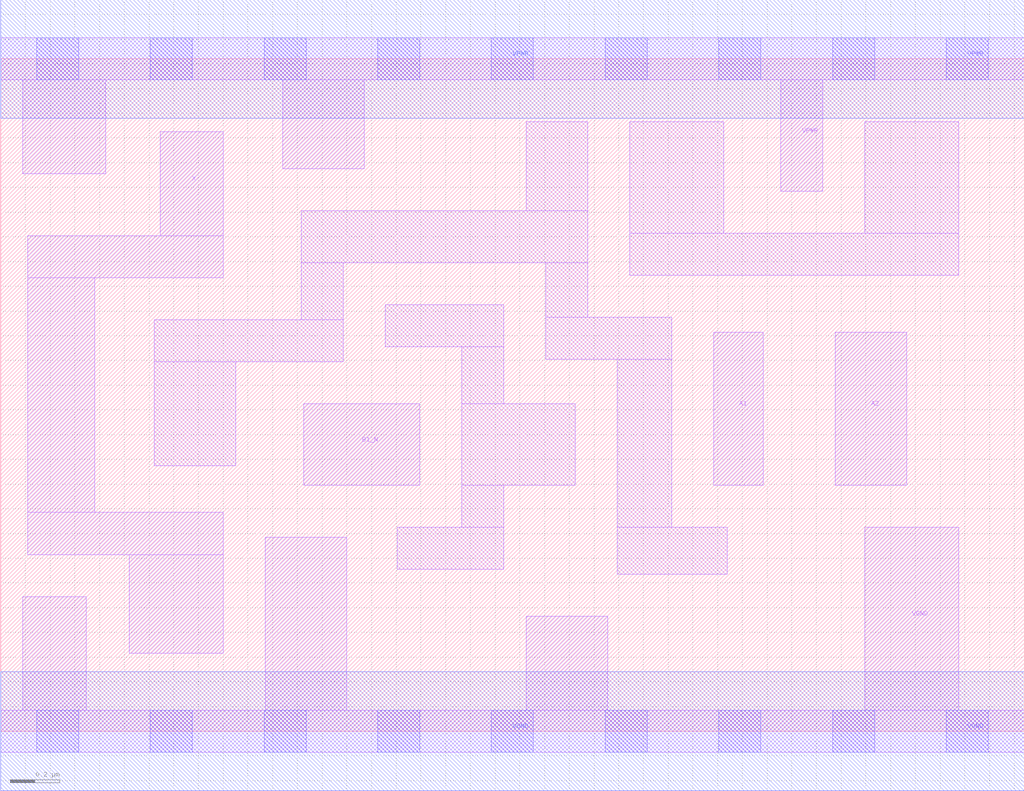
<source format=lef>
# Copyright 2020 The SkyWater PDK Authors
#
# Licensed under the Apache License, Version 2.0 (the "License");
# you may not use this file except in compliance with the License.
# You may obtain a copy of the License at
#
#     https://www.apache.org/licenses/LICENSE-2.0
#
# Unless required by applicable law or agreed to in writing, software
# distributed under the License is distributed on an "AS IS" BASIS,
# WITHOUT WARRANTIES OR CONDITIONS OF ANY KIND, either express or implied.
# See the License for the specific language governing permissions and
# limitations under the License.
#
# SPDX-License-Identifier: Apache-2.0

VERSION 5.7 ;
  NAMESCASESENSITIVE ON ;
  NOWIREEXTENSIONATPIN ON ;
  DIVIDERCHAR "/" ;
  BUSBITCHARS "[]" ;
UNITS
  DATABASE MICRONS 200 ;
END UNITS
PROPERTYDEFINITIONS
  MACRO maskLayoutSubType STRING ;
  MACRO prCellType STRING ;
  MACRO originalViewName STRING ;
END PROPERTYDEFINITIONS
MACRO sky130_fd_sc_hdll__a21bo_2
  CLASS CORE ;
  FOREIGN sky130_fd_sc_hdll__a21bo_2 ;
  ORIGIN  0.000000  0.000000 ;
  SIZE  4.140000 BY  2.720000 ;
  SYMMETRY X Y R90 ;
  SITE unithd ;
  PIN A1
    ANTENNAGATEAREA  0.277500 ;
    DIRECTION INPUT ;
    USE SIGNAL ;
    PORT
      LAYER li1 ;
        RECT 2.885000 0.995000 3.085000 1.615000 ;
    END
  END A1
  PIN A2
    ANTENNAGATEAREA  0.277500 ;
    DIRECTION INPUT ;
    USE SIGNAL ;
    PORT
      LAYER li1 ;
        RECT 3.375000 0.995000 3.665000 1.615000 ;
    END
  END A2
  PIN B1_N
    ANTENNAGATEAREA  0.138600 ;
    DIRECTION INPUT ;
    USE SIGNAL ;
    PORT
      LAYER li1 ;
        RECT 1.225000 0.995000 1.695000 1.325000 ;
    END
  END B1_N
  PIN VGND
    ANTENNADIFFAREA  0.788750 ;
    DIRECTION INOUT ;
    USE SIGNAL ;
    PORT
      LAYER li1 ;
        RECT 0.000000 -0.085000 4.140000 0.085000 ;
        RECT 0.090000  0.085000 0.345000 0.545000 ;
        RECT 1.070000  0.085000 1.400000 0.785000 ;
        RECT 2.125000  0.085000 2.455000 0.465000 ;
        RECT 3.495000  0.085000 3.875000 0.825000 ;
      LAYER mcon ;
        RECT 0.145000 -0.085000 0.315000 0.085000 ;
        RECT 0.605000 -0.085000 0.775000 0.085000 ;
        RECT 1.065000 -0.085000 1.235000 0.085000 ;
        RECT 1.525000 -0.085000 1.695000 0.085000 ;
        RECT 1.985000 -0.085000 2.155000 0.085000 ;
        RECT 2.445000 -0.085000 2.615000 0.085000 ;
        RECT 2.905000 -0.085000 3.075000 0.085000 ;
        RECT 3.365000 -0.085000 3.535000 0.085000 ;
        RECT 3.825000 -0.085000 3.995000 0.085000 ;
      LAYER met1 ;
        RECT 0.000000 -0.240000 4.140000 0.240000 ;
    END
  END VGND
  PIN VPWR
    ANTENNADIFFAREA  0.937200 ;
    DIRECTION INOUT ;
    USE SIGNAL ;
    PORT
      LAYER li1 ;
        RECT 0.000000 2.635000 4.140000 2.805000 ;
        RECT 0.090000 2.255000 0.425000 2.635000 ;
        RECT 1.140000 2.275000 1.470000 2.635000 ;
        RECT 3.155000 2.185000 3.325000 2.635000 ;
      LAYER mcon ;
        RECT 0.145000 2.635000 0.315000 2.805000 ;
        RECT 0.605000 2.635000 0.775000 2.805000 ;
        RECT 1.065000 2.635000 1.235000 2.805000 ;
        RECT 1.525000 2.635000 1.695000 2.805000 ;
        RECT 1.985000 2.635000 2.155000 2.805000 ;
        RECT 2.445000 2.635000 2.615000 2.805000 ;
        RECT 2.905000 2.635000 3.075000 2.805000 ;
        RECT 3.365000 2.635000 3.535000 2.805000 ;
        RECT 3.825000 2.635000 3.995000 2.805000 ;
      LAYER met1 ;
        RECT 0.000000 2.480000 4.140000 2.960000 ;
    END
  END VPWR
  PIN X
    ANTENNADIFFAREA  0.547000 ;
    DIRECTION OUTPUT ;
    USE SIGNAL ;
    PORT
      LAYER li1 ;
        RECT 0.110000 0.715000 0.900000 0.885000 ;
        RECT 0.110000 0.885000 0.380000 1.835000 ;
        RECT 0.110000 1.835000 0.900000 2.005000 ;
        RECT 0.520000 0.315000 0.900000 0.715000 ;
        RECT 0.645000 2.005000 0.900000 2.425000 ;
    END
  END X
  OBS
    LAYER li1 ;
      RECT 0.620000 1.075000 0.950000 1.495000 ;
      RECT 0.620000 1.495000 1.385000 1.665000 ;
      RECT 1.215000 1.665000 1.385000 1.895000 ;
      RECT 1.215000 1.895000 2.375000 2.105000 ;
      RECT 1.555000 1.555000 2.035000 1.725000 ;
      RECT 1.605000 0.655000 2.035000 0.825000 ;
      RECT 1.865000 0.825000 2.035000 0.995000 ;
      RECT 1.865000 0.995000 2.325000 1.325000 ;
      RECT 1.865000 1.325000 2.035000 1.555000 ;
      RECT 2.125000 2.105000 2.375000 2.465000 ;
      RECT 2.205000 1.505000 2.715000 1.675000 ;
      RECT 2.205000 1.675000 2.375000 1.895000 ;
      RECT 2.495000 0.635000 2.940000 0.825000 ;
      RECT 2.495000 0.825000 2.715000 1.505000 ;
      RECT 2.545000 1.845000 3.875000 2.015000 ;
      RECT 2.545000 2.015000 2.925000 2.465000 ;
      RECT 3.495000 2.015000 3.875000 2.465000 ;
  END
  PROPERTY maskLayoutSubType "abstract" ;
  PROPERTY prCellType "standard" ;
  PROPERTY originalViewName "layout" ;
END sky130_fd_sc_hdll__a21bo_2

</source>
